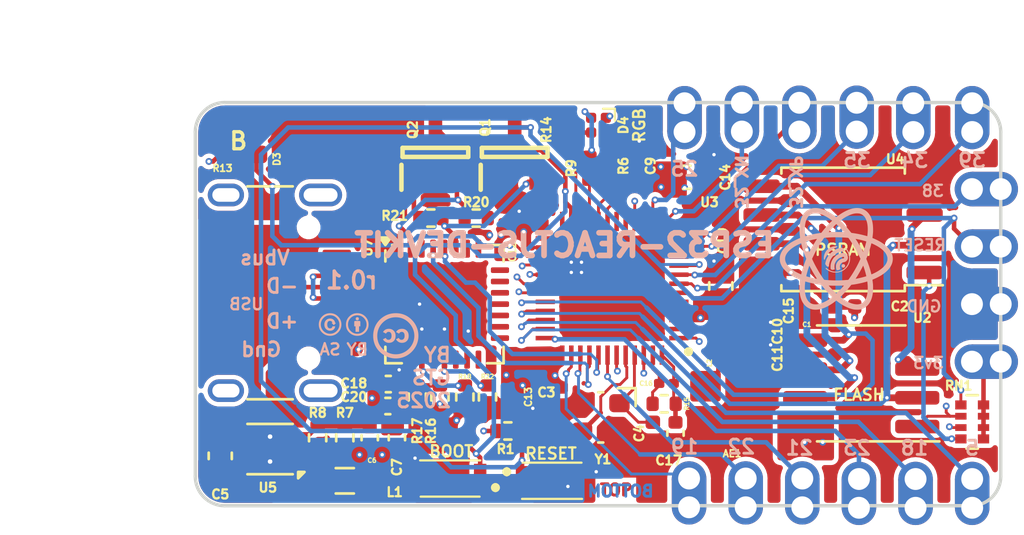
<source format=kicad_pcb>
(kicad_pcb (version 20240108) (generator "pcbnew") (generator_version "8.0")
  (title_block (title "Obsidian Boa") (date "2020-07-07") (rev "r0.1") (company "GsD") (comment 1 "Inspired by 1BitSquared iceBitsy design") (comment 3 "© 2020 Greg Davill <greg.davill@gmail.com>") (comment 4 "License: CC BY-SA 4.0"))
  (layers (0 "F.Cu" signal) (1 "In1.Cu" signal) (2 "In2.Cu" signal) (31 "B.Cu" signal) (34 "B.Paste" user) (35 "F.Paste" user) (36 "B.SilkS" user "B.Silkscreen") (37 "F.SilkS" user "F.Silkscreen") (38 "B.Mask" user) (39 "F.Mask" user) (44 "Edge.Cuts" user))
  (net 0 "")
  (net 1 "+3V3")
  (net 2 "GND")
  (net 3 "/USB_N")
  (net 4 "/USB_P")
  (net 5 "VBUS")
  (net 6 "/~{RGB0}")
  (net 7 "/~{RGB1}")
  (net 8 "/~{RGB2}")
  (net 9 "/SPI_~{HLD}-IO3")
  (net 10 "/SPI_~{WP}-IO2")
  (net 11 "/RAM_~{CS}")
  (net 12 "/~{CRESET}")
  (net 13 "Net-(AE1-A)")
  (net 14 "/U0RXD")
  (net 15 "/U0TXD")
  (net 16 "/SPI_COPI-IO0")
  (net 17 "/SPI_CIPO-IO1")
  (net 20 "Net-(D3-A)")
  (net 21 "Net-(D4-GK)")
  (net 22 "Net-(D4-BK)")
  (net 23 "/~{LEDR}")
  (net 24 "/~{LEDG}")
  (net 25 "/GPIO11-~{LEDB}")
  (net 26 "/GPIO0-BOOT")
  (net 27 "/GPIO38")
  (net 28 "/GPIO35")
  (net 29 "/GPIO39")
  (net 30 "Net-(D4-RK)")
  (net 31 "/SBU1")
  (net 32 "/SBU2")
  (net 33 "/GPIO34")
  (net 34 "Net-(U3-XTAL_N)")
  (net 35 "Net-(U3-XTAL_P)")
  (net 36 "Net-(U3-LNA_IN)")
  (net 37 "Net-(U3-CAP1)")
  (net 38 "Net-(U3-CAP2)")
  (net 39 "/RTS")
  (net 40 "Net-(Q1-B)")
  (net 41 "Net-(Q2-B)")
  (net 42 "/DTR")
  (net 43 "Net-(U7-VBUS)")
  (net 44 "Net-(U7-~{RST})")
  (net 45 "Net-(U7-~{SUSPEND})")
  (net 46 "/DSR")
  (net 48 "/CTS")
  (net 64 "Net-(U5-FB)")
  (net 65 "Net-(U5-SW)")
  (net 66 "/SPI_SCK")
  (net 67 "/SPI_~{CS}")
  (net 70 "/GPIO25")
  (net 71 "Net-(P16-Pin_1)")
  (net 72 "Net-(P17-Pin_1)")
  (net 73 "/GPIO21")
  (net 74 "/GPIO22")
  (net 75 "/GPIO19")
  (net 76 "/GPIO23")
  (net 77 "/GPIO18-DAC_2")
  (net 78 "/GPIO5")
  (footprint "CP2102:EVPBB2A9B000" (layer "F.Cu") (at 111.5 107.7 180)
    (property "Reference" "SW1" (hide yes))
    (property "Value" "TACT" (hide yes))
  )
  (footprint "pkl_pin_headers:Pin_Header_Straight_Round_1x01_Castellated" (layer "F.Cu") (at 134.29 100 90)
    (property "Reference" "P25" (hide yes))
    (property "Value" "GND" (hide yes))
  )
  (footprint "pkl_pin_headers:Pin_Header_Straight_Round_1x01_Castellated" (layer "F.Cu") (at 134.29 102.54 90)
    (property "Reference" "P28" (hide yes))
    (property "Value" "3V3" (hide yes))
  )
  (footprint "pkl_pin_headers:Pin_Header_Straight_Round_1x01_Castellated" (layer "F.Cu") (at 129.3 107.7215)
    (property "Reference" "P7" (hide yes))
    (property "Value" "7" (hide yes))
  )
  (footprint "pkl_pin_headers:Pin_Header_Straight_Round_1x01_Castellated" (layer "F.Cu") (at 129.2 92.38 180)
    (property "Reference" "P18" (hide yes))
    (property "Value" "18" (hide yes))
  )
  (footprint "pkl_pin_headers:Pin_Header_Straight_Round_1x01_Castellated" (layer "F.Cu") (at 124.13 92.38 180)
    (property "Reference" "P17" (hide yes))
    (property "Value" "17" (hide yes))
  )
  (footprint "pkl_pin_headers:Pin_Header_Straight_Round_1x01_Castellated" (layer "F.Cu") (at 121.6 92.4 180)
    (property "Reference" "P15" (hide yes))
    (property "Value" "15" (hide yes))
  )
  (footprint "pkl_pin_headers:Pin_Header_Straight_Round_1x01_Castellated" (layer "F.Cu") (at 126.8 107.7)
    (property "Reference" "P12" (hide yes))
    (property "Value" "12" (hide yes))
  )
  (footprint "pkl_pin_headers:Pin_Header_Straight_Round_1x01_Castellated" (layer "F.Cu") (at 134.3 92.4 180)
    (property "Reference" "P14" (hide yes))
    (property "Value" "14" (hide yes))
  )
  (footprint "pkl_pin_headers:Pin_Header_Straight_Round_1x01_Castellated" (layer "F.Cu") (at 131.7 92.4 180)
    (property "Reference" "P13" (hide yes))
    (property "Value" "13" (hide yes))
  )
  (footprint "pkl_pin_headers:Pin_Header_Straight_Round_1x01_Castellated" (layer "F.Cu") (at 134.3 107.7215)
    (property "Reference" "P9" (hide yes))
    (property "Value" "9" (hide yes))
  )
  (footprint "pkl_pin_headers:Pin_Header_Straight_Round_1x01_Castellated" (layer "F.Cu") (at 131.8 107.7215)
    (property "Reference" "P8" (hide yes))
    (property "Value" "8" (hide yes))
  )
  (footprint "obsidian-boa:LED_0603_1608Metric_Compact" (layer "F.Cu") (at 102.7 92.8 90)
    (property "Reference" "D3")
    (property "Value" "BLU" (hide yes))
  )
  (footprint "Capacitor_SMD:C_0402_1005Metric" (layer "F.Cu") (at 119.5 94 90)
    (property "Reference" "C9")
    (property "Value" "100n" (hide yes))
  )
  (footprint "pkl_pin_headers:Pin_Header_Straight_Round_1x01_Castellated" (layer "F.Cu") (at 134.29 97.46 90)
    (property "Reference" "P31" (hide yes))
    (property "Value" "CRESET" (hide yes))
  )
  (footprint "pkl_pin_headers:Pin_Header_Straight_Round_1x01_Castellated" (layer "F.Cu") (at 134.29 94.92 90)
    (property "Reference" "P30" (hide yes))
    (property "Value" "CDONE" (hide yes))
  )
  (footprint "pkl_pin_headers:Pin_Header_Straight_Round_1x01_Castellated" (layer "F.Cu") (at 124.3 107.7)
    (property "Reference" "P11" (hide yes))
    (property "Value" "11" (hide yes))
  )
  (footprint "pkl_pin_headers:Pin_Header_Straight_Round_1x01_Castellated" (layer "F.Cu") (at 121.8 107.7)
    (property "Reference" "P10" (hide yes))
    (property "Value" "10" (hide yes))
  )
  (footprint "pkl_pin_headers:Pin_Header_Straight_Round_1x01_Castellated" (layer "F.Cu") (at 126.67 92.38 180)
    (property "Reference" "P16" (hide yes))
    (property "Value" "16" (hide yes))
  )
  (footprint "pkl_connectors:USB_C_Receptacle_HRO_TYPE-C-31-M-12" (layer "F.Cu") (at 102.4 99.5 -90)
    (property "Reference" "J1" (hide yes))
    (property "Value" "USB_C" (hide yes))
  )
  (footprint "Capacitor_SMD:C_0603_1608Metric" (layer "F.Cu") (at 123.2 99.2 90)
    (property "Reference" "C19")
    (property "Value" "10u" (hide yes))
  )
  (footprint "Resistor_SMD:R_0402_1005Metric" (layer "F.Cu") (at 101.2 92.8 -90)
    (property "Reference" "R13")
    (property "Value" "2k2" (hide yes))
  )
  (footprint "Resistor_SMD:R_0402_1005Metric" (layer "F.Cu") (at 111.6 105.6 180)
    (property "Reference" "R10" (hide yes))
    (property "Value" "10k" (hide yes))
  )
  (footprint "Capacitor_SMD:C_0402_1005Metric" (layer "F.Cu") (at 113.8 96.2 90)
    (property "Reference" "C12")
    (property "Value" "100n" (hide yes))
  )
  (footprint "LED_SMD:LED_Lumex_SML-LX0303SIUPGUSB" (layer "F.Cu") (at 117.8 92.1 -90)
    (property "Reference" "D4")
    (property "Value" "FM-B2020RGBA-HG" (hide yes))
  )
  (footprint "Package_DFN_QFN:QFN-28-1EP_5x5mm_P0.5mm_EP3.35x3.35mm" (layer "F.Cu") (at 111 100)
    (property "Reference" "U7")
    (property "Value" "CP2102N-Axx-xQFN28")
  )
  (footprint "Resistor_SMD:R_0402_1005Metric" (layer "F.Cu") (at 113.8 105.6 180)
    (property "Reference" "R1")
    (property "Value" "10k")
  )
  (footprint "Package_SON:WSON-6-1EP_2x2mm_P0.65mm_EP1x1.6mm_ThermalVias" (layer "F.Cu") (at 103.3 106.4 180)
    (property "Reference" "U5")
    (property "Value" "TPS62290")
  )
  (footprint "Capacitor_SMD:C_0402_1005Metric" (layer "F.Cu") (at 115.5 105.1 -90)
    (property "Reference" "C3")
    (property "Value" "18pF" (hide yes))
  )
  (footprint "Package_SO:SOIC-8_5.23x5.23mm_P1.27mm" (layer "F.Cu") (at 128.6 96.7 180)
    (property "Reference" "U4")
    (property "Value" "W25Q128JV" (hide yes))
  )
  (footprint "Resistor_SMD:R_0402_1005Metric" (layer "F.Cu") (at 110.8 104.1 -90)
    (property "Reference" "R16")
    (property "Value" "22.1K")
  )
  (footprint "Resistor_SMD:R_0402_1005Metric" (layer "F.Cu") (at 110.4 96.2)
    (property "Reference" "R21")
    (property "Value" "10K")
  )
  (footprint "Capacitor_SMD:C_0603_1608Metric" (layer "F.Cu") (at 121.7 94.4)
    (property "Reference" "C14")
    (property "Value" "10u" (hide yes))
  )
  (footprint "Resistor_SMD:R_Array_Convex_4x0402" (layer "F.Cu") (at 134.3 105.2)
    (property "Reference" "RN1")
    (property "Value" "10k")
  )
  (footprint "SS8050:SOT95P240X115-3N" (layer "F.Cu") (at 114.1 93.3 90)
    (property "Reference" "Q1")
    (property "Value" "SS8050-G" (hide yes))
  )
  (footprint "Inductor_SMD:L_0402_1005Metric" (layer "F.Cu") (at 123.1 101.7 -90)
    (property "Reference" "L2")
    (property "Value" "TBD" (hide yes))
  )
  (footprint "Capacitor_SMD:C_0402_1005Metric" (layer "F.Cu") (at 124.6 102.2)
    (property "Reference" "C11")
    (property "Value" "TBD" (hide yes))
  )
  (footprint "Capacitor_SMD:C_0402_1005Metric" (layer "F.Cu") (at 108.5 104.5)
    (property "Reference" "C20")
    (property "Value" "4.7uF")
  )
  (footprint "CP2102:EVPBB2A9B000" (layer "F.Cu") (at 115.5 107.8)
    (property "Reference" "SW2" (hide yes))
    (property "Value" "TACT" (hide yes))
  )
  (footprint "Resistor_SMD:R_0402_1005Metric" (layer "F.Cu") (at 116.4 92.6 90)
    (property "Reference" "R14")
    (property "Value" "2k2" (hide yes))
  )
  (footprint "Capacitor_SMD:C_0402_1005Metric" (layer "F.Cu") (at 120.2 105.7 90)
    (property "Reference" "C4")
    (property "Value" "18pF" (hide yes))
  )
  (footprint "Resistor_SMD:R_0402_1005Metric" (layer "F.Cu") (at 105.4 105.9 -90)
    (property "Reference" "R8")
    (property "Value" "100k")
  )
  (footprint "Resistor_SMD:R_0402_1005Metric" (layer "F.Cu") (at 112.9 104.1 90)
    (property "Reference" "R22")
    (property "Value" "10K")
  )
  (footprint "Capacitor_SMD:C_0402_1005Metric" (layer "F.Cu") (at 129.6 100.1)
    (property "Reference" "C2")
    (property "Value" "2.2uF" (hide yes))
  )
  (footprint "Resistor_SMD:R_0402_1005Metric" (layer "F.Cu") (at 118.3 94 90)
    (property "Reference" "R6")
    (property "Value" "2k2" (hide yes))
  )
  (footprint "Resistor_SMD:R_0402_1005Metric" (layer "F.Cu") (at 117.4 94 90)
    (property "Reference" "R9")
    (property "Value" "2k2" (hide yes))
  )
  (footprint "Capacitor_SMD:C_0402_1005Metric" (layer "F.Cu") (at 127.6 100.1 180)
    (property "Reference" "C1")
    (property "Value" "2.2uF" (hide yes))
  )
  (footprint "Capacitor_SMD:C_0402_1005Metric" (layer "F.Cu") (at 124.6 101.2)
    (property "Reference" "C10")
    (property "Value" "TBD" (hide yes))
  )
  (footprint "Crystal:Crystal_SMD_Abracon_ABM10-4Pin_2.5x2.0mm" (layer "F.Cu") (at 117.9 105 -90)
    (property "Reference" "Y1")
    (property "Value" "40MHz" (hide yes))
  )
  (footprint "Capacitor_SMD:C_0402_1005Metric" (layer "F.Cu") (at 108.52 103.53)
    (property "Reference" "C18")
    (property "Value" "0.1uF")
  )
  (footprint "Capacitor_SMD:C_0402_1005Metric" (layer "F.Cu") (at 125 100.2)
    (property "Reference" "C15")
    (property "Value" "100n" (hide yes))
  )
  (footprint "Resistor_SMD:R_0402_1005Metric" (layer "F.Cu") (at 109.8 104.1 90)
    (property "Reference" "R17")
    (property "Value" "47.5K")
  )
  (footprint "Capacitor_SMD:C_0402_1005Metric" (layer "F.Cu") (at 121.2 105.7 90)
    (property "Reference" "C17")
    (property "Value" "10nF")
  )
  (footprint "SS8050:SOT95P240X115-3N" (layer "F.Cu") (at 110.6 93.3 90)
    (property "Reference" "Q2")
    (property "Value" "SS8050-G" (hide yes))
  )
  (footprint "obsidian-boa:0479480001" (layer "F.Cu") (at 123.6 104.7 180)
    (property "Reference" "AE1")
    (property "Value" "Antenna" (hide yes))
  )
  (footprint "Capacitor_SMD:C_0402_1005Metric" (layer "F.Cu") (at 107.7 105.9 90)
    (property "Reference" "C6")
    (property "Value" "22pF")
  )
  (footprint "Inductor_SMD:L_0805_2012Metric" (layer "F.Cu") (at 106.6 107.8)
    (property "Reference" "L1")
    (property "Value" "2.2uH")
  )
  (footprint "Resistor_SMD:R_0402_1005Metric" (layer "F.Cu") (at 111.9 104.1 -90)
    (property "Reference" "R18")
    (property "Value" "2K")
  )
  (footprint "ESP32DOWDQ6:ESP32D0WDQ6" (layer "F.Cu") (at 118.4 99.3 180)
    (property "Reference" "U3")
    (property "Value" "ESP32-D0WDQ6" (hide yes))
  )
  (footprint "Package_SO:SOIC-8_3.9x4.9mm_P1.27mm" (layer "F.Cu") (at 129.4 103.5 180)
    (property "Reference" "U2")
    (property "Value" "LY68L6400SLIT" (hide yes))
  )
  (footprint "Capacitor_SMD:C_0402_1005Metric" (layer "F.Cu") (at 114 104 -90)
    (property "Reference" "C13")
    (property "Value" "100n" (hide yes))
  )
  (footprint "Capacitor_SMD:C_0603_1608Metric" (layer "F.Cu") (at 101.1 106.7 -90)
    (property "Reference" "C5")
    (property "Value" "10u")
  )
  (footprint "Resistor_SMD:R_0402_1005Metric" (layer "F.Cu") (at 106.6 105.9 90)
    (property "Reference" "R7")
    (property "Value" "453k")
  )
  (footprint "Resistor_SMD:R_0402_1005Metric" (layer "F.Cu") (at 120.7 104.4 180)
    (property "Reference" "R15")
    (property "Value" "20K")
  )
  (footprint "Capacitor_SMD:C_0201_0603Metric" (layer "F.Cu") (at 120.8 103.5)
    (property "Reference" "C16")
    (property "Value" "3.3nF")
  )
  (footprint "Resistor_SMD:R_0402_1005Metric" (layer "F.Cu") (at 112.4 96.2 180)
    (property "Reference" "R20")
    (property "Value" "10K")
  )
  (footprint "Capacitor_SMD:C_0402_1005Metric" (layer "F.Cu") (at 108.9 105.9 90)
    (property "Reference" "C7")
    (property "Value" "2.2uF")
  )
  (footprint "pkl_logos:Symbol_CC_SilkScreen_2mm" (layer "B.Cu") (at 108.85 101.4 180)
    (property "Reference" "REF**" (hide yes))
    (property "Value" "Symbol_CC_SilkScreen_2mm" (hide yes))
  )
  (footprint "pkl_logos:Symbol_CC-SA_SilkScreen_1mm" (layer "B.Cu") (at 105.95 100.9 180)
    (property "Reference" "REF**" (hide yes))
    (property "Value" "Symbol_CC-SA_SilkScreen_1mm" (hide yes))
  )
  (footprint "pkl_logos:Symbol_CC-BY_SilkScreen_1mm" (layer "B.Cu") (at 107.15 100.9 180)
    (property "Reference" "REF**" (hide yes))
    (property "Value" "Symbol_CC-BY_SilkScreen_1mm" (hide yes))
  )
  (footprint "ESP32-D0WD:Logo" (layer "B.Cu") (at 128.3 98 180)
    (property "Reference" "G***" (hide yes))
    (property "Value" "LOGO" (hide yes))
  )
  (gr_line (start 101.3 91.1) (end 134.26 91.1) (stroke (width 0.15)) (layer "Edge.Cuts"))
  (gr_line (start 135.56 92.4) (end 135.56 107.6) (stroke (width 0.15)) (layer "Edge.Cuts"))
  (gr_line (start 100 107.6) (end 100 92.4) (stroke (width 0.15)) (layer "Edge.Cuts"))
  (gr_line (start 134.26 108.9) (end 101.3 108.9) (stroke (width 0.15)) (layer "Edge.Cuts"))
  (gr_arc (start 135.56 107.6) (mid 135.179239 108.519239) (end 134.26 108.9) (stroke (width 0.15)) (layer "Edge.Cuts"))
  (gr_arc (start 100 92.4) (mid 100.380761 91.480761) (end 101.3 91.1) (stroke (width 0.15)) (layer "Edge.Cuts"))
  (gr_arc (start 101.3 108.9) (mid 100.380761 108.519239) (end 100 107.6) (stroke (width 0.15)) (layer "Edge.Cuts"))
  (gr_arc (start 134.26 91.1) (mid 135.179239 91.480761) (end 135.56 92.4) (stroke (width 0.15)) (layer "Edge.Cuts"))
  (gr_text "TOP" (at 117.8 108.5 0) (layer "F.Cu") (effects (font (size 0.5 0.5) (thickness 0.125) (bold yes)) (justify left bottom)))
  (gr_text "BOTTOM" (at 120.3 108.55 0) (layer "B.Cu") (effects (font (size 0.5 0.5) (thickness 0.125) (bold yes)) (justify left bottom mirror)))
  (gr_text "SA" (at 105.95 102 0) (layer "B.SilkS") (effects (font (size 0.5 0.5) (thickness 0.1)) (justify mirror)))
  (gr_text "3v3" (at 133.1 102.6 0) (layer "B.SilkS") (effects (font (size 0.5 0.5) (thickness 0.1)) (justify left mirror)))
  (gr_text "RESET" (at 133.2 97.4 0) (layer "B.SilkS") (effects (font (size 0.5 0.5) (thickness 0.1)) (justify left mirror)))
  (gr_text "GND" (at 133 100.1 0) (layer "B.SilkS") (effects (font (size 0.5 0.5) (thickness 0.1)) (justify left mirror)))
  (gr_text "USB" (at 102.25 100 0) (layer "B.SilkS") (effects (font (size 0.5 0.5) (thickness 0.1)) (justify mirror)))
  (gr_text "BY\nGTS\n2025" (at 111.35 103.25 0) (layer "B.SilkS") (effects (font (size 0.625 0.625) (thickness 0.125)) (justify left mirror)))
  (gr_text "Vbus" (at 101.9 97.95 0) (layer "B.SilkS") (effects (font (size 0.625 0.625) (thickness 0.125)) (justify right mirror)))
  (gr_text "39" (at 134.29 93.65 0) (layer "B.SilkS") (effects (font (size 0.625 0.625) (thickness 0.125)) (justify mirror)))
  (gr_text "34" (at 131.75 93.65 0) (layer "B.SilkS") (effects (font (size 0.625 0.625) (thickness 0.125)) (justify mirror)))
  (gr_text "Gnd" (at 101.95 102 0) (layer "B.SilkS") (effects (font (size 0.625 0.625) (thickness 0.125)) (justify right mirror)))
  (gr_text "35" (at 129.21 93.65 0) (layer "B.SilkS") (effects (font (size 0.625 0.625) (thickness 0.125)) (justify mirror)))
  (gr_text "38" (at 133.1 95 0) (layer "B.SilkS") (effects (font (size 0.5 0.5) (thickness 0.1)) (justify left mirror)))
  (gr_text "-D" (at 103.05 99.2 0) (layer "B.SilkS") (effects (font (size 0.625 0.625) (thickness 0.125)) (justify right mirror)))
  (gr_text "32_XP" (at 126.5 94.6 270) (layer "B.SilkS") (effects (font (size 0.5 0.5) (thickness 0.125)) (justify mirror)))
  (gr_text "18" (at 131.75 106.35 0) (layer "B.SilkS") (effects (font (size 0.625 0.625) (thickness 0.125)) (justify mirror)))
  (gr_text "21" (at 126.67 106.35 0) (layer "B.SilkS") (effects (font (size 0.625 0.625) (thickness 0.125)) (justify mirror)))
  (gr_text "+D" (at 103.05 100.75 0) (layer "B.SilkS") (effects (font (size 0.625 0.625) (thickness 0.125)) (justify right mirror)))
  (gr_text "5" (at 134.29 106.35 0) (layer "B.SilkS") (effects (font (size 0.625 0.625) (thickness 0.125)) (justify mirror)))
  (gr_text "25" (at 121.59 94.031 0) (layer "B.SilkS") (effects (font (size 0.625 0.625) (thickness 0.125)) (justify mirror)))
  (gr_text "23" (at 129.21 106.35 0) (layer "B.SilkS") (effects (font (size 0.625 0.625) (thickness 0.125)) (justify mirror)))
  (gr_text "32_XN" (at 124.1 94.6 270) (layer "B.SilkS") (effects (font (size 0.5 0.5) (thickness 0.125)) (justify mirror)))
  (gr_text "ESP32-REACTJS-DEVKIT" (at 116.3 97.4 0) (layer "B.SilkS") (effects (font (size 1 1) (thickness 0.25)) (justify mirror)))
  (gr_text "r0.1" (at 106.9 98.95 0) (layer "B.SilkS") (effects (font (size 0.75 0.75)) (justify mirror)))
  (gr_text "BY" (at 107.15 102 0) (layer "B.SilkS") (effects (font (size 0.5 0.5) (thickness 0.1)) (justify mirror)))
  (gr_text "19" (at 121.6 106.3 0) (layer "B.SilkS") (effects (font (size 0.625 0.625) (thickness 0.125)) (justify mirror)))
  (gr_text "22" (at 124.1 106.3 0) (layer "B.SilkS") (effects (font (size 0.625 0.625) (thickness 0.125)) (justify mirror)))
  (gr_text "RGB" (at 119.6 92.1 90) (layer "F.SilkS") (effects (font (size 0.5 0.5) (thickness 0.1))))
  (gr_text "PSRAM" (at 128.6 97.6 0) (layer "F.SilkS") (effects (font (size 0.5 0.5) (thickness 0.1))))
  (gr_text "FLASH" (at 129.3 104 0) (layer "F.SilkS") (effects (font (size 0.5 0.5) (thickness 0.1))))
  (gr_text "BOOT" (at 111.3 106.5 0) (layer "F.SilkS") (effects (font (size 0.5 0.5) (thickness 0.1))))
  (gr_text "RESET" (at 115.7 106.6 0) (layer "F.SilkS") (effects (font (size 0.5 0.5) (thickness 0.1))))
  (gr_text "B" (at 101.9 92.8 0) (layer "F.SilkS") (effects (font (size 0.75 0.75))))
  (segment (start 134.8 102.665) (end 134.8 105.85) (width 0.2) (layer "F.Cu") (net 1))
  (segment (start 127.43 99.43) (end 126.605 98.605) (width 0.3) (layer "F.Cu") (net 1))
  (segment (start 118.9675 95.0175) (end 119.5 94.485) (width 0.2) (layer "F.Cu") (net 1))
  (segment (start 134.8 105.85) (end 134.7 105.95) (width 0.2) (layer "F.Cu") (net 1))
  (segment (start 115.45 97.5) (end 114.92227 97.5) (width 0.127) (layer "F.Cu") (net 1))
  (segment (start 114.92227 97.5) (end 114.5 97.07773) (width 0.127) (layer "F.Cu") (net 1))
  (segment (start 126.3 98.6) (end 126.295 98.605) (width 0.3) (layer "F.Cu") (net 1))
  (segment (start 118.225 91.775) (end 118.3 91.7) (width 0.2) (layer "F.Cu") (net 1))
  (segment (start 118.2 96.35) (end 118.2 95.785) (width 0.127) (layer "F.Cu") (net 1))
  (segment (start 129.115 100.1) (end 129.115 100.585) (width 0.3) (layer "F.Cu") (net 1))
  (segment (start 118.2 95.785) (end 118.9675 95.0175) (width 0.127) (layer "F.Cu") (net 1))
  (segment (start 134.925 102.54) (end 134.8 102.665) (width 0.2) (layer "F.Cu") (net 1))
  (segment (start 118.905 95.08) (end 118.9675 95.0175) (width 0.2) (layer "F.Cu") (net 1))
  (segment (start 128.085 100.1) (end 128.085 100.04234) (width 0.3) (layer "F.Cu") (net 1))
  (segment (start 122.2 100.7) (end 122.3 100.6) (width 0.127) (layer "F.Cu") (net 1))
  (segment (start 129.115 100.585) (end 129.1 100.6) (width 0.3) (layer "F.Cu") (net 1))
  (segment (start 113.29 105.6) (end 112.73 105.6) (width 0.2) (layer "F.Cu") (net 1))
  (segment (start 127.47266 99.43) (end 127.43 99.43) (width 0.3) (layer "F.Cu") (net 1))
  (segment (start 126.295 98.605) (end 125 98.605) (width 0.3) (layer "F.Cu") (net 1))
  (segment (start 119.8 102.25) (end 119.8 103.05) (width 0.127) (layer "F.Cu") (net 1))
  (segment (start 126.305 98.605) (end 126.3 98.6) (width 0.3) (layer "F.Cu") (net 1))
  (segment (start 126.605 98.605) (end 126.305 98.605) (width 0.3) (layer "F.Cu") (net 1))
  (segment (start 121.35 101.5) (end 122.1 101.5) (width 0.127) (layer "F.Cu") (net 1))
  (segment (start 121.35 100.7) (end 122.2 100.7) (width 0.127) (layer "F.Cu") (net 1))
  (segment (start 118.6 102.25) (end 118.6 102.919376) (width 0.127) (layer "F.Cu") (net 1))
  (segment (start 118.6 102.919376) (end 118.63617 102.955546) (width 0.127) (layer "F.Cu") (net 1))
  (segment (start 122.1 101.5) (end 122.25 101.65) (width 0.127) (layer "F.Cu") (net 1))
  (segment (start 100.785 93.7) (end 101.2 93.285) (width 0.2) (layer "F.Cu") (net 1))
  (segment (start 114.5 97.07773) (end 114.5 96.800004) (width 0.127) (layer "F.Cu") (net 1))
  (segment (start 128.085 100.04234) (end 127.47266 99.43) (width 0.3) (layer "F.Cu") (net 1))
  (segment (start 100.6 93.7) (end 100.785 93.7) (width 0.2) (layer "F.Cu") (net 1))
  (segment (start 118.125 91.775) (end 118.225 91.775) (width 0.2) (layer "F.Cu") (net 1))
  (segment (start 128.085 100.1) (end 129.115 100.1) (width 0.3) (layer "F.Cu") (net 1))
  (via (at 107.25 106.65) (size 0.3) (drill 0.15) (layers "F.Cu" "B.Cu") (net 1))
  (via (at 114.453524 103.589921) (size 0.3) (drill 0.15) (layers "F.Cu" "B.Cu") (net 1))
  (via (at 126.3 98.6) (size 0.3) (drill 0.15) (layers "F.Cu" "B.Cu") (net 1))
  (via (at 100.6 93.7) (size 0.3) (drill 0.15) (layers "F.Cu" "B.Cu") (net 1))
  (via (at 108.25 106.65) (size 0.3) (drill 0.15) (layers "F.Cu" "B.Cu") (net 1))
  (via (at 115.880662 103.153258) (size 0.3) (drill 0.15) (layers "F.Cu" "B.Cu") (net 1))
  (via (at 118.63617 102.955546) (size 0.3) (drill 0.15) (layers "F.Cu" "B.Cu") (net 1))
  (via (at 107.8 104.15) (size 0.3) (drill 0.15) (layers "F.Cu" "B.Cu") (net 1))
  (via (at 122.3 100.6) (size 0.3) (drill 0.15) (layers "F.Cu" "B.Cu") (net 1))
  (via (at 121.694001 93.9365) (size 0.3) (drill 0.15) (layers "F.Cu" "B.Cu") (net 1))
  (via (at 113.729109 103.131192) (size 0.3) (drill 0.15) (layers "F.Cu" "B.Cu") (net 1))
  (via (at 114.5 96.800004) (size 0.3) (drill 0.15) (layers "F.Cu" "B.Cu") (net 1))
  (via (at 112.73 105.6) (size 0.3) (drill 0.15) (layers "F.Cu" "B.Cu") (net 1))
  (via (at 119.8 103.05) (size 0.3) (drill 0.15) (layers "F.Cu" "B.Cu") (net 1))
  (via (at 127.7 106.1) (size 0.3) (drill 0.15) (layers "F.Cu" "B.Cu") (net 1))
  (via (at 111.535729 105.133314) (size 0.3) (drill 0.15) (layers "F.Cu" "B.Cu") (net 1))
  (via (at 126.9 106.1) (size 0.3) (drill 0.15) (layers "F.Cu" "B.Cu") (net 1))
  (via (at 113.5 96.95) (size 0.3) (drill 0.15) (layers "F.Cu" "B.Cu") (net 1))
  (via (at 129.1 100.6) (size 0.3) (drill 0.15) (layers "F.Cu" "B.Cu") (net 1))
  (via (at 120.562886 94.830067) (size 0.3) (drill 0.15) (layers "F.Cu" "B.Cu") (net 1))
  (via (at 120.551288 93.9365) (size 0.3) (drill 0.15) (layers "F.Cu" "B.Cu") (net 1))
  (via (at 118.3 91.7) (size 0.3) (drill 0.15) (layers "F.Cu" "B.Cu") (net 1))
  (via (at 121.604211 94.859392) (size 0.3) (drill 0.15) (layers "F.Cu" "B.Cu") (net 1))
  (via (at 122.25 101.65) (size 0.3) (drill 0.15) (layers "F.Cu" "B.Cu") (net 1))
  (via (at 113 96.95) (size 0.3) (drill 0.15) (layers "F.Cu" "B.Cu") (net 2))
  (via (at 117.7 107.4) (size 0.3) (drill 0.15) (layers "F.Cu" "B.Cu") (net 2))
  (via (at 110 101.1) (size 0.3) (drill 0.15) (layers "F.Cu" "B.Cu") (net 2))
  (via (at 116.6 98.6) (size 0.3) (drill 0.15) (layers "F.Cu" "B.Cu") (net 2))
  (via (at 116.45 108.05) (size 0.3) (drill 0.15) (layers "F.Cu" "B.Cu") (net 2))
  (via (at 112.05 101.190223) (size 0.3) (drill 0.15) (layers "F.Cu" "B.Cu") (net 2))
  (via (at 111 101.1) (size 0.3) (drill 0.15) (layers "F.Cu" "B.Cu") (net 2))
  (via (at 114.9 104.6) (size 0.3) (drill 0.15) (layers "F.Cu" "B.Cu") (net 2))
  (via (at 109.9 100) (size 0.3) (drill 0.15) (layers "F.Cu" "B.Cu") (net 2))
  (via (at 119.6 92.8) (size 0.3) (drill 0.15) (layers "F.Cu" "B.Cu") (net 2))
  (via (at 117.05 98.15) (size 0.3) (drill 0.15) (layers "F.Cu" "B.Cu") (net 2))
  (via (at 117.05 98.6) (size 0.3) (drill 0.15) (layers "F.Cu" "B.Cu") (net 2))
  (via (at 109 102.9) (size 0.3) (drill 0.15) (layers "F.Cu" "B.Cu") (net 2))
  (via (at 116.6 98.15) (size 0.3) (drill 0.15) (layers "F.Cu" "B.Cu") (net 2))
  (via (at 125.4 101.8) (size 0.3) (drill 0.15) (layers "F.Cu" "B.Cu") (net 2))
  (via (at 109.7 106.8) (size 0.3) (drill 0.15) (layers "F.Cu" "B.Cu") (net 2))
  (via (at 125.4 100.8) (size 0.3) (drill 0.15) (layers "F.Cu" "B.Cu") (net 2))
  (via (at 122.9 98.1) (size 0.3) (drill 0.15) (layers "F.Cu" "B.Cu") (net 2))
  (via (at 122.9 93.4) (size 0.3) (drill 0.15) (layers "F.Cu" "B.Cu") (net 2))
  (via (at 114.3 95.9) (size 0.3) (drill 0.15) (layers "F.Cu" "B.Cu") (net 2))
  (segment (start 106.245 99.75) (end 105.25 99.75) (width 0.2) (layer "F.Cu") (net 3))
  (segment (start 105.249986 98.75) (end 105.2 98.799986) (width 0.2) (layer "F.Cu") (net 3))
  (segment (start 107.65241 100.5) (end 108.55 100.5) (width 0.2) (layer "F.Cu") (net 3))
  (segment (start 106.90241 99.75) (end 107.65241 100.5) (width 0.2) (layer "F.Cu") (net 3))
  (segment (start 105.25 99.75) (end 105.2 99.7) (width 0.2) (layer "F.Cu") (net 3))
  (segment (start 106.245 99.75) (end 106.90241 99.75) (width 0.2) (layer "F.Cu") (net 3))
  (segment (start 106.245 98.75) (end 105.249986 98.75) (width 0.2) (layer "F.Cu") (net 3))
  (via (at 105.2 99.7) (size 0.3) (drill 0.15) (layers "F.Cu" "B.Cu") (net 3))
  (via (at 105.2 98.799986) (size 0.3) (drill 0.15) (layers "F.Cu" "B.Cu") (net 3))
  (segment (start 105.2 99.7) (end 105.2 98.799986) (width 0.2) (layer "B.Cu") (net 3))
  (segment (start 107.718096 100) (end 108.55 100) (width 0.2) (layer "F.Cu") (net 4))
  (segment (start 106.245 99.25) (end 106.968096 99.25) (width 0.2) (layer "F.Cu") (net 4))
  (segment (start 106.245 100.25) (end 104.85 100.25) (width 0.2) (layer "F.Cu") (net 4))
  (segment (start 104.85 100.25) (end 104.6 100) (width 0.2) (layer "F.Cu") (net 4))
  (segment (start 106.968096 99.25) (end 107.718096 100) (width 0.2) (layer "F.Cu") (net 4))
  (segment (start 104.6 100) (end 104.6 99.45) (width 0.2) (layer "F.Cu") (net 4))
  (segment (start 104.6 99.45) (end 104.8 99.25) (width 0.2) (layer "F.Cu") (net 4))
  (segment (start 104.8 99.25) (end 106.245 99.25) (width 0.2) (layer "F.Cu") (net 4))
  (segment (start 110.8 104.61) (end 110.8 104.4) (width 0.2) (layer "F.Cu") (net 5))
  (segment (start 106.295 102) (end 106.245 101.95) (width 0.2) (layer "F.Cu") (net 5))
  (segment (start 107.2 102) (end 106.295 102) (width 0.2) (layer "F.Cu") (net 5))
  (via (at 110.8 104.4) (size 0.3) (drill 0.15) (layers "F.Cu" "B.Cu") (net 5))
  (via (at 107.2 102) (size 0.3) (drill 0.15) (layers "F.Cu" "B.Cu") (net 5))
  (segment (start 118.3 94.485) (end 118.3 95.125) (width 0.127) (layer "F.Cu") (net 6))
  (segment (start 118.3 95.125) (end 117.8 95.625) (width 0.127) (layer "F.Cu") (net 6))
  (segment (start 117.8 95.625) (end 117.8 96.35) (width 0.127) (layer "F.Cu") (net 6))
  (segment (start 117.4 94.485) (end 117.4 96.35) (width 0.127) (layer "F.Cu") (net 7))
  (segment (start 116.4 93.085) (end 116.8 93.485) (width 0.127) (layer "F.Cu") (net 8))
  (segment (start 116.8 95.45) (end 117 95.65) (width 0.127) (layer "F.Cu") (net 8))
  (segment (start 117 95.65) (end 117 96.35) (width 0.127) (layer "F.Cu") (net 8))
  (segment (start 116.8 93.485) (end 116.8 95.45) (width 0.127) (layer "F.Cu") (net 8))
  (segment (start 115.45 98.7) (end 114.786105 98.7) (width 0.127) (layer "F.Cu") (net 9))
  (segment (start 114.786105 98.7) (end 114.771837 98.685732) (width 0.127) (layer "F.Cu") (net 9))
  (segment (start 128.224777 104.135) (end 129.109777 103.25) (width 0.3) (layer "F.Cu") (net 9))
  (segment (start 125 97.335) (end 126.735 97.335) (width 0.3) (layer "F.Cu") (net 9))
  (segment (start 126.735 97.335) (end 127 97.6) (width 0.3) (layer "F.Cu") (net 9))
  (segment (start 126.925 104.135) (end 128.224777 104.135) (width 0.3) (layer "F.Cu") (net 9))
  (via (at 129.109777 103.25) (size 0.3) (drill 0.15) (layers "F.Cu" "B.Cu") (net 9))
  (via (at 127 97.6) (size 0.3) (drill 0.15) (layers "F.Cu" "B.Cu") (net 9))
  (via (at 114.771837 98.685732) (size 0.3) (drill 0.15) (layers "F.Cu" "B.Cu") (net 9))
  (segment (start 128.886396 103.25) (end 129.109777 103.25) (width 0.3) (layer "B.Cu") (net 9))
  (segment (start 127 97.6) (end 127 101.363604) (width 0.3) (layer "B.Cu") (net 9))
  (segment (start 127 101.363604) (end 128.886396 103.25) (width 0.3) (layer "B.Cu") (net 9))
  (segment (start 115.422232 98.272232) (end 114.475358 98.272232) (width 0.127) (layer "F.Cu") (net 10))
  (segment (start 115.45 98.3) (end 115.422232 98.272232) (width 0.127) (layer "F.Cu") (net 10))
  (segment (start 114.475358 98.272232) (end 114.431026 98.316564) (width 0.127) (layer "F.Cu") (net 10))
  (segment (start 131.644735 96.620265) (end 132.2 96.065) (width 0.3) (layer "F.Cu") (net 10))
  (segment (start 131.875 102.865) (end 131.454699 102.444699) (width 0.3) (layer "F.Cu") (net 10))
  (segment (start 131.644735 96.685001) (end 131.644735 96.620265) (width 0.3) (layer "F.Cu") (net 10))
  (segment (start 131.454699 102.444699) (end 131.034998 102.444699) (width 0.3) (layer "F.Cu") (net 10))
  (via (at 131.644735 96.685001) (size 0.3) (drill 0.15) (layers "F.Cu" "B.Cu") (net 10))
  (via (at 114.431026 98.316564) (size 0.3) (drill 0.15) (layers "F.Cu" "B.Cu") (net 10))
  (via (at 131.034998 102.444699) (size 0.3) (drill 0.15) (layers "F.Cu" "B.Cu") (net 10))
  (segment (start 131.644735 96.685001) (end 131.6 96.729736) (width 0.3) (layer "B.Cu") (net 10))
  (segment (start 131.6 96.729736) (end 131.6 101.879697) (width 0.3) (layer "B.Cu") (net 10))
  (segment (start 131.6 101.879697) (end 131.034998 102.444699) (width 0.3) (layer "B.Cu") (net 10))
  (segment (start 132.33 104.95) (end 131.875 105.405) (width 0.127) (layer "F.Cu") (net 11))
  (segment (start 133.153484 104.501766) (end 133.153484 104.780484) (width 0.127) (layer "F.Cu") (net 11))
  (segment (start 133.323 104.95) (end 133.8 104.95) (width 0.127) (layer "F.Cu") (net 11))
  (segment (start 133.323 104.95) (end 132.33 104.95) (width 0.127) (layer "F.Cu") (net 11))
  (segment (start 119.4 96.35) (end 119.4 95.45) (width 0.127) (layer "F.Cu") (net 11))
  (segment (start 133.153484 104.780484) (end 133.323 104.95) (width 0.127) (layer "F.Cu") (net 11))
  (via (at 133.153484 104.501766) (size 0.3) (drill 0.15) (layers "F.Cu" "B.Cu") (net 11))
  (via (at 119.4 95.45) (size 0.3) (drill 0.15) (layers "F.Cu" "B.Cu") (net 11))
  (segment (start 133.8 104.45) (end 133.8 103.800004) (width 0.127) (layer "F.Cu") (net 12))
  (segment (start 114.425 106.9) (end 114.425 105.715) (width 0.2) (layer "F.Cu") (net 12))
  (segment (start 114.8 92.2) (end 114.1 92.2) (width 0.2) (layer "F.Cu") (net 12))
  (segment (start 121.35 98.3) (end 122.2 98.3) (width 0.127) (layer "F.Cu") (net 12))
  (segment (start 133.500004 96.670004) (end 133.500004 96.200004) (width 0.2) (layer "F.Cu") (net 12))
  (segment (start 122.2 98.3) (end 122.25 98.25) (width 0.127) (layer "F.Cu") (net 12))
  (segment (start 134.29 97.46) (end 133.500004 96.670004) (width 0.2) (layer "F.Cu") (net 12))
  (segment (start 114.425 105.715) (end 114.31 105.6) (width 0.2) (layer "F.Cu") (net 12))
  (segment (start 114.425 108.175) (end 114.425 107.425) (width 0.2) (layer "F.Cu") (net 12))
  (segment (start 133.8 103.800004) (end 133.799996 103.8) (width 0.127) (layer "F.Cu") (net 12))
  (segment (start 114.425 107.425) (end 114.425 106.9) (width 0.2) (layer "F.Cu") (net 12))
  (via (at 114.8 92.2) (size 0.3) (drill 0.15) (layers "F.Cu" "B.Cu") (net 12))
  (via (at 122.25 98.25) (size 0.3) (drill 0.15) (layers "F.Cu" "B.Cu") (net 12))
  (via (at 133.799996 103.8) (size 0.3) (drill 0.15) (layers "F.Cu" "B.Cu") (net 12))
  (via (at 133.500004 96.200004) (size 0.3) (drill 0.15) (layers "F.Cu" "B.Cu") (net 12))
  (via (at 114.425 106.9) (size 0.3) (drill 0.15) (layers "F.Cu" "B.Cu") (net 12))
  (segment (start 122.25 98.25) (end 120.490756 98.25) (width 0.127) (layer "B.Cu") (net 12))
  (segment (start 126.799996 96.200004) (end 123.256302 99.743698) (width 0.2) (layer "B.Cu") (net 12))
  (segment (start 111.3 107.2) (end 114.125 107.2) (width 0.2) (layer "B.Cu") (net 12))
  (segment (start 102.9 103.4) (end 105.1 105.6) (width 0.2) (layer "B.Cu") (net 12))
  (segment (start 114.8 92.2) (end 104.1 92.2) (width 0.2) (layer "B.Cu") (net 12))
  (segment (start 102.9 93.4) (end 102.9 103.4) (width 0.2) (layer "B.Cu") (net 12))
  (segment (start 104.1 92.2) (end 102.9 93.4) (width 0.2) (layer "B.Cu") (net 12))
  (segment (start 121.984455 99.743698) (end 120.245378 98.004622) (width 0.2) (layer "B.Cu") (net 12))
  (segment (start 133.500004 96.200004) (end 126.799996 96.200004) (width 0.2) (layer "B.Cu") (net 12))
  (segment (start 133.500004 96.200004) (end 133.05 96.650008) (width 0.2) (layer "B.Cu") (net 12))
  (segment (start 114.125 107.2) (end 114.425 106.9) (width 0.2) (layer "B.Cu") (net 12))
  (segment (start 133.05 103.050004) (end 133.799996 103.8) (width 0.2) (layer "B.Cu") (net 12))
  (segment (start 109.7 105.6) (end 111.3 107.2) (width 0.2) (layer "B.Cu") (net 12))
  (segment (start 133.05 96.650008) (end 133.05 103.050004) (width 0.2) (layer "B.Cu") (net 12))
  (segment (start 120.490756 98.25) (end 120.245378 98.004622) (width 0.127) (layer "B.Cu") (net 12))
  (segment (start 120.245378 98.004622) (end 114.8 92.559243) (width 0.2) (layer "B.Cu") (net 12))
  (segment (start 114.8 92.559243) (end 114.8 92.2) (width 0.2) (layer "B.Cu") (net 12))
  (segment (start 123.256302 99.743698) (end 121.984455 99.743698) (width 0.2) (layer "B.Cu") (net 12))
  (segment (start 105.1 105.6) (end 109.7 105.6) (width 0.2) (layer "B.Cu") (net 12))
  (segment (start 123.1 102.185) (end 124.1 102.185) (width 0.2) (layer "F.Cu") (net 13))
  (segment (start 122.953553 103.196447) (end 122.525 103.625) (width 0.2) (layer "F.Cu") (net 13))
  (segment (start 123.1 102.185) (end 123.1 102.842893) (width 0.2) (layer "F.Cu") (net 13))
  (segment (start 124.1 102.185) (end 124.115 102.2) (width 0.2) (layer "F.Cu") (net 13))
  (arc (start 123.1 102.842893) (mid 123.06194 103.034235) (end 122.953553 103.196447) (width 0.2) (layer "F.Cu") (net 13))
  (segment (start 117.35 103.55) (end 117.306433 103.506433) (width 0.127) (layer "F.Cu") (net 14))
  (segment (start 117.306433 103.506433) (end 117.306433 102.841608) (width 0.127) (layer "F.Cu") (net 14))
  (segment (start 110.5 97.55) (end 110.5 97.85) (width 0.2) (layer "F.Cu") (net 14))
  (segment (start 117.4 102.748041) (end 117.4 102.25) (width 0.127) (layer "F.Cu") (net 14))
  (segment (start 117.306433 102.841608) (end 117.4 102.748041) (width 0.127) (layer "F.Cu") (net 14))
  (segment (start 117.15 103.496895) (end 117.149996 103.496899) (width 0.2) (layer "F.Cu") (net 14))
  (via (at 117.35 103.55) (size 0.3) (drill 0.15) (layers "F.Cu" "B.Cu") (net 14))
  (via (at 110.5 97.85) (size 0.3) (drill 0.15) (layers "F.Cu" "B.Cu") (net 14))
  (segment (start 113.7 102.6) (end 112.5 101.4) (width 0.2) (layer "B.Cu") (net 14))
  (segment (start 116.6 102.6) (end 116.35 102.6) (width 0.2) (layer "B.Cu") (net 14))
  (segment (start 112.5 100.165686) (end 110.5 98.165686) (width 0.2) (layer "B.Cu") (net 14))
  (segment (start 110.5 98.165686) (end 110.5 97.85) (width 0.2) (layer "B.Cu") (net 14))
  (segment (start 117.35 103.55) (end 117.306433 103.506433) (width 0.127) (layer "B.Cu") (net 14))
  (segment (start 117.306433 102.706433) (end 117.2 102.6) (width 0.127) (layer "B.Cu") (net 14))
  (segment (start 117.306433 103.506433) (end 117.306433 102.706433) (width 0.127) (layer "B.Cu") (net 14))
  (segment (start 112.5 101.4) (end 112.5 100.165686) (width 0.2) (layer "B.Cu") (net 14))
  (segment (start 117.2 102.6) (end 116.35 102.6) (width 0.127) (layer "B.Cu") (net 14))
  (segment (start 116.35 102.6) (end 113.7 102.6) (width 0.2) (layer "B.Cu") (net 14))
  (segment (start 111 97.55) (end 111 97.866573) (width 0.2) (layer "F.Cu") (net 15))
  (segment (start 111 97.866573) (end 111.025001 97.891574) (width 0.2) (layer "F.Cu") (net 15))
  (segment (start 117.8 102.25) (end 117.7635 102.2865) (width 0.127) (layer "F.Cu") (net 15))
  (segment (start 117.7635 102.2865) (end 117.7635 102.969319) (width 0.127) (layer "F.Cu") (net 15))
  (segment (start 117.7635 102.969319) (end 117.719933 103.012886) (width 0.127) (layer "F.Cu") (net 15))
  (via (at 117.719933 103.012886) (size 0.3) (drill 0.15) (layers "F.Cu" "B.Cu") (net 15))
  (via (at 111.025001 97.891574) (size 0.3) (drill 0.15) (layers "F.Cu" "B.Cu") (net 15))
  (segment (start 111.025001 98.125001) (end 111.95 99.05) (width 0.2) (layer "B.Cu") (net 15))
  (segment (start 116.85 102.2) (end 116.992324 102.2) (width 0.2) (layer "B.Cu") (net 15))
  (segment (start 117.719933 102.469933) (end 117.719933 103.012886) (width 0.127) (layer "B.Cu") (net 15))
  (segment (start 114 102.2) (end 116.85 102.2) (width 0.2) (layer "B.Cu") (net 15))
  (segment (start 111.95 99.05) (end 112.35 99.05) (width 0.2) (layer "B.Cu") (net 15))
  (segment (start 113 99.7) (end 113 101.2) (width 0.2) (layer "B.Cu") (net 15))
  (segment (start 111.025001 97.891574) (end 111.025001 98.125001) (width 0.2) (layer "B.Cu") (net 15))
  (segment (start 112.35 99.05) (end 113 99.7) (width 0.2) (layer "B.Cu") (net 15))
  (segment (start 116.85 102.2) (end 117.45 102.2) (width 0.127) (layer "B.Cu") (net 15))
  (segment (start 113 101.2) (end 114 102.2) (width 0.2) (layer "B.Cu") (net 15))
  (segment (start 117.45 102.2) (end 117.719933 102.469933) (width 0.127) (layer "B.Cu") (net 15))
  (segment (start 128.605 101.595) (end 128.853554 101.346446) (width 0.3) (layer "F.Cu") (net 16))
  (segment (start 126.925 101.595) (end 128.605 101.595) (width 0.3) (layer "F.Cu") (net 16))
  (segment (start 125 94.795) (end 126.556748 94.795) (width 0.3) (layer "F.Cu") (net 16))
  (segment (start 114.445371 99.9) (end 114.4059 99.939471) (width 0.127) (layer "F.Cu") (net 16))
  (segment (start 115.45 99.9) (end 114.445371 99.9) (width 0.127) (layer "F.Cu") (net 16))
  (segment (start 126.556748 94.795) (end 128.411748 96.65) (width 0.3) (layer "F.Cu") (net 16))
  (via (at 128.411748 96.65) (size 0.3) (drill 0.15) (layers "F.Cu" "B.Cu") (net 16))
  (via (at 128.853554 101.346446) (size 0.3) (drill 0.15) (layers "F.Cu" "B.Cu") (net 16))
  (via (at 114.4059 99.939471) (size 0.3) (drill 0.15) (layers "F.Cu" "B.Cu") (net 16))
  (segment (start 128.411748 96.65) (end 128.411748 100.90464) (width 0.3) (layer "B.Cu") (net 16))
  (segment (start 119.924067 100.158381) (end 123.765686 104) (width 0.2) (layer "B.Cu") (net 16))
  (segment (start 128.411748 100.90464) (end 128.853554 101.346446) (width 0.3) (layer "B.Cu") (net 16))
  (segment (start 119.924067 100.158381) (end 119.669417 99.903731) (width 0.127) (layer "B.Cu") (net 16))
  (segment (start 129.6 101.3) (end 128.9 101.3) (width 0.2) (layer "B.Cu") (net 16))
  (segment (start 119.669417 99.903731) (end 114.44164 99.903731) (width 0.127) (layer "B.Cu") (net 16))
  (segment (start 129.9 103.5) (end 129.9 101.6) (width 0.2) (layer "B.Cu") (net 16))
  (segment (start 114.44164 99.903731) (end 114.4059 99.939471) (width 0.127) (layer "B.Cu") (net 16))
  (segment (start 129.4 104) (end 129.9 103.5) (width 0.2) (layer "B.Cu") (net 16))
  (segment (start 123.765686 104) (end 129.4 104) (width 0.2) (layer "B.Cu") (net 16))
  (segment (start 129.9 101.6) (end 129.6 101.3) (width 0.2) (layer "B.Cu") (net 16))
  (segment (start 128.9 101.3) (end 128.853554 101.346446) (width 0.2) (layer "B.Cu") (net 16))
  (segment (start 115.45 100.3) (end 114.630149 100.3) (width 0.127) (layer "F.Cu") (net 17))
  (segment (start 114.630149 100.3) (end 114.577178 100.352971) (width 0.127) (layer "F.Cu") (net 17))
  (segment (start 130.535 104.135) (end 130.534998 104.134998) (width 0.3) (layer "F.Cu") (net 17))
  (segment (start 131.875 104.135) (end 130.535 104.135) (width 0.3) (layer "F.Cu") (net 17))
  (segment (start 114.494226 100.352971) (end 114.407727 100.43947) (width 0.127) (layer "F.Cu") (net 17))
  (segment (start 130.8 97.4) (end 132.135 97.4) (width 0.3) (layer "F.Cu") (net 17))
  (segment (start 114.577178 100.352971) (end 114.494226 100.352971) (width 0.127) (layer "F.Cu") (net 17))
  (segment (start 132.135 97.4) (end 132.2 97.335) (width 0.3) (layer "F.Cu") (net 17))
  (via (at 130.8 97.4) (size 0.3) (drill 0.15) (layers "F.Cu" "B.Cu") (net 17))
  (via (at 130.534998 104.134998) (size 0.3) (drill 0.15) (layers "F.Cu" "B.Cu") (net 17))
  (via (at 114.407727 100.43947) (size 0.3) (drill 0.15) (layers "F.Cu" "B.Cu") (net 17))
  (segment (start 119.607611 100.407611) (end 114.439586 100.407611) (width 0.127) (layer "B.Cu") (net 17))
  (segment (start 114.439586 100.407611) (end 114.407727 100.43947) (width 0.127) (layer "B.Cu") (net 17))
  (segment (start 130.269996 104.4) (end 130.534998 104.134998) (width 0.2) (layer "B.Cu") (net 17))
  (segment (start 119.758381 100.558381) (end 119.607611 100.407611) (width 0.127) (layer "B.Cu") (net 17))
  (segment (start 130.8 97.4) (end 130.534998 97.665002) (width 0.3) (layer "B.Cu") (net 17))
  (segment (start 130.534998 97.665002) (end 130.534998 104.134998) (width 0.3) (layer "B.Cu") (net 17))
  (segment (start 119.758381 100.558381) (end 123.6 104.4) (width 0.2) (layer "B.Cu") (net 17))
  (segment (start 123.6 104.4) (end 130.269996 104.4) (width 0.2) (layer "B.Cu") (net 17))
  (segment (start 102.7 92.2125) (end 101.3025 92.2125) (width 0.2) (layer "F.Cu") (net 20))
  (segment (start 101.3025 92.2125) (end 101.2 92.315) (width 0.2) (layer "F.Cu") (net 20))
  (segment (start 117.2 91.5) (end 117.475 91.775) (width 0.2) (layer "F.Cu") (net 21))
  (segment (start 117.4 93.3) (end 117.5 93.2) (width 0.2) (layer "F.Cu") (net 21))
  (segment (start 117.4 93.515) (end 117.4 93.3) (width 0.2) (layer "F.Cu") (net 21))
  (via (at 117.2 91.5) (size 0.3) (drill 0.15) (layers "F.Cu" "B.Cu") (net 21))
  (via (at 117.5 93.2) (size 0.3) (drill 0.15) (layers "F.Cu" "B.Cu") (net 21))
  (segment (start 117.5 91.8) (end 117.2 91.5) (width 0.2) (layer "B.Cu") (net 21))
  (segment (start 117.5 93.2) (end 117.5 91.8) (width 0.2) (layer "B.Cu") (net 21))
  (segment (start 116.4 92.115) (end 116.71 92.425) (width 0.2) (layer "F.Cu") (net 22))
  (segment (start 116.71 92.425) (end 117.475 92.425) (width 0.2) (layer "F.Cu") (net 22))
  (segment (start 102.7 93.3875) (end 102.7 94.1) (width 0.2) (layer "F.Cu") (net 25))
  (segment (start 115.45 97.9) (end 114.660224 97.9) (width 0.127) (layer "F.Cu") (net 25))
  (segment (start 114.171447 97.411223) (end 113.892853 97.411223) (width 0.127) (layer "F.Cu") (net 25))
  (segment (start 102.7 94.1) (end 103.4 94.8) (width 0.2) (layer "F.Cu") (net 25))
  (segment (start 114.660224 97.9) (end 114.171447 97.411223) (width 0.127) (layer "F.Cu") (net 25))
  (via (at 113.892853 97.411223) (size 0.3) (drill 0.15) (layers "F.Cu" "B.Cu") (net 25))
  (via (at 103.4 94.8) (size 0.3) (drill 0.15) (layers "F.Cu" "B.Cu") (net 25))
  (segment (start 112.676909 97.411223) (end 113.892853 97.411223) (width 0.2) (layer "B.Cu") (net 25))
  (segment (start 103.4 97) (end 103.8 97.4) (width 0.2) (layer "B.Cu") (net 25))
  (segment (start 109.834315 97) (end 112.265686 97) (width 0.2) (layer "B.Cu") (net 25))
  (segment (start 103.8 97.4) (end 109.434315 97.4) (width 0.2) (layer "B.Cu") (net 25))
  (segment (start 112.265686 97) (end 112.676909 97.411223) (width 0.2) (layer "B.Cu") (net 25))
  (segment (start 109.434315 97.4) (end 109.834315 97) (width 0.2) (layer "B.Cu") (net 25))
  (segment (start 103.4 94.8) (end 103.4 97) (width 0.2) (layer "B.Cu") (net 25))
  (segment (start 116.6 95.764067) (end 116.3365 95.500567) (width 0.2) (layer "F.Cu") (net 26))
  (segment (start 116.3365 94.278448) (end 116.3365 95.021241) (width 0.2) (layer "F.Cu") (net 26))
  (segment (start 112.575 107.325) (end 112.575 106.775) (width 0.2) (layer "F.Cu") (net 26))
  (segment (start 110.6 92.2) (end 111.6 93.2) (width 0.2) (layer "F.Cu") (net 26))
  (segment (start 112.4 106.6) (end 112.085 106.285) (width 0.2) (layer "F.Cu") (net 26))
  (segment (start 112.575 106.775) (end 112.4 106.6) (width 0.2) (layer "F.Cu") (net 26))
  (segment (start 116.3365 95.500567) (end 116.3365 95.021241) (width 0.2) (layer "F.Cu") (net 26))
  (segment (start 111.6 93.2) (end 115.258052 93.2) (width 0.2) (layer "F.Cu") (net 26))
  (segment (start 116.6 96.35) (end 116.6 95.764067) (width 0.2) (layer "F.Cu") (net 26))
  (segment (start 112.085 106.285) (end 112.085 105.6) (width 0.2) (layer "F.Cu") (net 26))
  (segment (start 112.575 107.325) (end 112.575 108.075) (width 0.2) (layer "F.Cu") (net 26))
  (segment (start 115.258052 93.2) (end 116.3365 94.278448) (width 0.2) (layer "F.Cu") (net 26))
  (via (at 116.3365 95.021241) (size 0.3) (drill 0.15) (layers "F.Cu" "B.Cu") (net 26))
  (via (at 112.4 106.6) (size 0.3) (drill 0.15) (layers "F.Cu" "B.Cu") (net 26))
  (segment (start 113.18 103.28) (end 111.5 101.6) (width 0.2) (layer "B.Cu") (net 26))
  (segment (start 116.3365 95.9135) (end 116.3365 95.021241) (width 0.2) (layer "B.Cu") (net 26))
  (segment (start 110.2 97.4) (end 112.1 97.4) (width 0.2) (layer "B.Cu") (net 26))
  (segment (start 114.380603 97.869397) (end 116.3365 95.9135) (width 0.2) (layer "B.Cu") (net 26))
  (segment (start 111.5 101.6) (end 111.5 100.5) (width 0.2) (layer "B.Cu") (net 26))
  (segment (start 112.569397 97.869397) (end 114.380603 97.869397) (width 0.2) (layer "B.Cu") (net 26))
  (segment (start 109.7 98.7) (end 109.7 97.9) (width 0.2) (layer "B.Cu") (net 26))
  (segment (start 112.4 106.6) (end 113.18 105.82) (width 0.2) (layer "B.Cu") (net 26))
  (segment (start 113.18 105.82) (end 113.18 103.28) (width 0.2) (layer "B.Cu") (net 26))
  (segment (start 112.1 97.4) (end 112.569397 97.869397) (width 0.2) (layer "B.Cu") (net 26))
  (segment (start 109.7 97.9) (end 110.2 97.4) (width 0.2) (layer "B.Cu") (net 26))
  (segment (start 111.5 100.5) (end 109.7 98.7) (width 0.2) (layer "B.Cu") (net 26))
  (segment (start 121.902 99.1) (end 122.095698 99.293698) (width 0.127) (layer "F.Cu") (net 27))
  (segment (start 121.35 99.1) (end 121.902 99.1) (width 0.127) (layer "F.Cu") (net 27))
  (segment (start 122.095698 99.293698) (end 122.170852 99.293698) (width 0.127) (layer "F.Cu") (net 27))
  (via (at 122.170852 99.293698) (size 0.3) (drill 0.15) (layers "F.Cu" "B.Cu") (net 27))
  (segment (start 133.528001 95.681999) (end 126.552316 95.681999) (width 0.2) (layer "B.Cu") (net 27))
  (segment (start 126.552316 95.681999) (end 122.940617 99.293698) (width 0.2) (layer "B.Cu") (net 27))
  (segment (start 134.29 94.92) (end 133.528001 95.681999) (width 0.2) (layer "B.Cu") (net 27))
  (segment (start 122.940617 99.293698) (end 122.170852 99.293698) (width 0.2) (layer "B.Cu") (net 27))
  (segment (start 121.35 97.5) (end 121.952774 97.5) (width 0.127) (layer "F.Cu") (net 28))
  (segment (start 122.533377 96.919397) (end 122.744205 96.919397) (width 0.127) (layer "F.Cu") (net 28))
  (segment (start 121.952774 97.5) (end 122.533377 96.919397) (width 0.127) (layer "F.Cu") (net 28))
  (via (at 122.744205 96.919397) (size 0.3) (drill 0.15) (layers "F.Cu" "B.Cu") (net 28))
  (segment (start 127.68 93.9) (end 129.2 92.38) (width 0.2) (layer "B.Cu") (net 28))
  (segment (start 122.744205 96.919397) (end 125.763602 93.9) (width 0.2) (layer "B.Cu") (net 28))
  (segment (start 125.763602 93.9) (end 127.68 93.9) (width 0.2) (layer "B.Cu") (net 28))
  (segment (start 122.037782 98.7) (end 122.051282 98.7135) (width 0.127) (layer "F.Cu") (net 29))
  (segment (start 121.35 98.7) (end 122.037782 98.7) (width 0.127) (layer "F.Cu") (net 29))
  (via (at 122.051282 98.7135) (size 0.3) (drill 0.15) (layers "F.Cu" "B.Cu") (net 29))
  (segment (start 134.3 92.4) (end 132 94.7) (width 0.2) (layer "B.Cu") (net 29))
  (segment (start 122.955129 98.7135) (end 122.051282 98.7135) (width 0.2) (layer "B.Cu") (net 29))
  (segment (start 132 94.7) (end 126.968629 94.7) (width 0.2) (layer "B.Cu") (net 29))
  (segment (start 126.968629 94.7) (end 122.955129 98.7135) (width 0.2) (layer "B.Cu") (net 29))
  (segment (start 118.3 92.6) (end 118.125 92.425) (width 0.2) (layer "F.Cu") (net 30))
  (segment (start 118.3 93.515) (end 118.3 92.6) (width 0.2) (layer "F.Cu") (net 30))
  (segment (start 122.46786 97.447362) (end 122.801018 97.447362) (width 0.127) (layer "F.Cu") (net 33))
  (segment (start 121.35 97.9) (end 122.015222 97.9) (width 0.127) (layer "F.Cu") (net 33))
  (segment (start 122.015222 97.9) (end 122.46786 97.447362) (width 0.127) (layer "F.Cu") (net 33))
  (via (at 122.801018 97.447362) (size 0.3) (drill 0.15) (layers "F.Cu" "B.Cu") (net 33))
  (segment (start 123.252638 97.447362) (end 122.801018 97.447362) (width 0.2) (layer "B.Cu") (net 33))
  (segment (start 129.8 94.3) (end 126.4 94.3) (width 0.2) (layer "B.Cu") (net 33))
  (segment (start 126.4 94.3) (end 123.252638 97.447362) (width 0.2) (layer "B.Cu") (net 33))
  (segment (start 131.7 92.4) (end 129.8 94.3) (width 0.2) (layer "B.Cu") (net 33))
  (segment (start 119 102.734598) (end 119.04967 102.784268) (width 0.127) (layer "F.Cu") (net 34))
  (segment (start 119.04967 102.784268) (end 119.04967 103.25033) (width 0.127) (layer "F.Cu") (net 34))
  (segment (start 115.5 105.585) (end 117.035 105.585) (width 0.2) (layer "F.Cu") (net 34))
  (segment (start 118.43897 103.55) (end 117.9 104.08897) (width 0.127) (layer "F.Cu") (net 34))
  (segment (start 119.04967 103.25033) (end 118.75 103.55) (width 0.127) (layer "F.Cu") (net 34))
  (segment (start 117.9 104.08897) (end 117.9 104.8) (width 0.127) (layer "F.Cu") (net 34))
  (segment (start 117.035 105.585) (end 117.075 105.625) (width 0.2) (layer "F.Cu") (net 34))
  (segment (start 117.075 105.625) (end 117.9 104.8) (width 0.2) (layer "F.Cu") (net 34))
  (segment (start 119 102.25) (end 119 102.734598) (width 0.127) (layer "F.Cu") (net 34))
  (segment (start 118.75 103.55) (end 118.43897 103.55) (width 0.127) (layer "F.Cu") (net 34))
  (segment (start 119.565 105.215) (end 120.2 105.215) (width 0.127) (layer "F.Cu") (net 35))
  (segment (start 119.3865 102.2635) (end 119.3865 103.7135) (width 0.127) (layer "F.Cu") (net 35))
  (segment (start 118.725 104.375) (end 119.565 105.215) (width 0.127) (layer "F.Cu") (net 35))
  (segment (start 119.3865 103.7135) (end 118.725 104.375) (width 0.127) (layer "F.Cu") (net 35))
  (segment (start 119.4 102.25) (end 119.3865 102.2635) (width 0.127) (layer "F.Cu") (net 35))
  (segment (start 122.985 101.1) (end 123.1 101.215) (width 0.127) (layer "F.Cu") (net 36))
  (segment (start 123.1 101.215) (end 124.1 101.215) (width 0.2) (layer "F.Cu") (net 36))
  (segment (start 124.1 101.215) (end 124.115 101.2) (width 0.2) (layer "F.Cu") (net 36))
  (segment (start 121.35 101.1) (end 122.985 101.1) (width 0.127) (layer "F.Cu") (net 36))
  (segment (start 121.12 103.6) (end 121.12 104.31) (width 0.127) (layer "F.Cu") (net 37))
  (segment (start 121.12 102.77) (end 121.12 103.7) (width 0.127) (layer "F.Cu") (net 37))
  (segment (start 120.6 102.25) (end 121.12 102.77) (width 0.127) (layer "F.Cu") (net 37))
  (segment (start 121.12 104.31) (end 121.21 104.4) (width 0.127) (layer "F.Cu") (net 37))
  (segment (start 121.31 104.5) (end 121.2 104.61) (width 0.2) (layer "F.Cu") (net 37))
  (segment (start 121.2 104.61) (end 121.2 105.22) (width 0.2) (layer "F.Cu") (net 37))
  (segment (start 120.2 102.865222) (end 120.48 103.145222) (width 0.127) (layer "F.Cu") (net 38))
  (segment (start 120.2 102.25) (end 120.2 102.865222) (width 0.127) (layer "F.Cu") (net 38))
  (segment (start 120.19 104.4) (end 120.19 103.89) (width 0.127) (layer "F.Cu") (net 38))
  (segment (start 120.48 103.145222) (end 120.48 103.6) (width 0.127) (layer "F.Cu") (net 38))
  (segment (start 120.19 103.89) (end 120.48 103.6) (width 0.127) (layer "F.Cu") (net 38))
  (segment (start 110.91 96.2) (end 110.91 96.454796) (width 0.2) (layer "F.Cu") (net 39))
  (segment (start 111.5 97.55) (end 111.5 97.044796) (width 0.2) (layer "F.Cu") (net 39))
  (segment (start 111.5 97.044796) (end 111.005204 96.55) (width 0.2) (layer "F.Cu") (net 39))
  (segment (start 114.700004 94.6) (end 114.600002 94.700002) (width 0.2) (layer "F.Cu") (net 39))
  (segment (start 110.91 96.454796) (end 111.005204 96.55) (width 0.2) (layer "F.Cu") (net 39))
  (segment (start 115.05 94.6) (end 114.700004 94.6) (width 0.2) (layer "F.Cu") (net 39))
  (via (at 111.005204 96.55) (size 0.3) (drill 0.15) (layers "F.Cu" "B.Cu") (net 39))
  (via (at 114.600002 94.700002) (size 0.3) (drill 0.15) (layers "F.Cu" "B.Cu") (net 39))
  (segment (start 114.600002 94.700002) (end 112.750004 96.55) (width 0.2) (layer "B.Cu") (net 39))
  (segment (start 112.750004 96.55) (end 111.005204 96.55) (width 0.2) (layer "B.Cu") (net 39))
  (segment (start 112.91 94.84) (end 113.15 94.6) (width 0.2) (layer "F.Cu") (net 40))
  (segment (start 112.91 96.2) (end 112.91 94.84) (width 0.2) (layer "F.Cu") (net 40))
  (segment (start 109.65 94.6) (end 109.65 95.96) (width 0.2) (layer "F.Cu") (net 41))
  (segment (start 109.65 95.96) (end 109.89 96.2) (width 0.2) (layer "F.Cu") (net 41))
  (segment (start 109.5 97.55) (end 109.5 97.05) (width 0.2) (layer "F.Cu") (net 42))
  (segment (start 109.5 97.05) (end 109 96.55) (width 0.2) (layer "F.Cu") (net 42))
  (segment (start 111.89 95.69) (end 111.6 95.4) (width 0.2) (layer "F.Cu") (net 42))
  (segment (start 111.6 95.4) (end 111.55 95.35) (width 0.2) (layer "F.Cu") (net 42))
  (segment (start 111.89 96.2) (end 111.89 95.69) (width 0.2) (layer "F.Cu") (net 42))
  (segment (start 111.55 95.35) (end 111.55 94.6) (width 0.2) (layer "F.Cu") (net 42))
  (via (at 109 96.55) (size 0.3) (drill 0.15) (layers "F.Cu" "B.Cu") (net 42))
  (via (at 111.6 95.4) (size 0.3) (drill 0.15) (layers "F.Cu" "B.Cu") (net 42))
  (segment (start 110.15 95.4) (end 109 96.55) (width 0.2) (layer "B.Cu") (net 42))
  (segment (start 111.6 95.4) (end 110.15 95.4) (width 0.2) (layer "B.Cu") (net 42))
  (segment (start 109.8 103.59) (end 109.8 103.393866) (width 0.2) (layer "F.Cu") (net 43))
  (segment (start 109.5 103.093866) (end 109.5 102.45) (width 0.2) (layer "F.Cu") (net 43))
  (segment (start 110.8 103.59) (end 109.8 103.59) (width 0.2) (layer "F.Cu") (net 43))
  (segment (start 109.8 103.393866) (end 109.5 103.093866) (width 0.2) (layer "F.Cu") (net 43))
  (segment (start 110.070268 102.977458) (end 110 102.90719) (width 0.2) (layer "F.Cu") (net 44))
  (segment (start 111.61 103.59) (end 111.6 103.6) (width 0.2) (layer "F.Cu") (net 44))
  (segment (start 110 102.90719) (end 110 102.45) (width 0.2) (layer "F.Cu") (net 44))
  (segment (start 111.9 103.59) (end 111.61 103.59) (width 0.2) (layer "F.Cu") (net 44))
  (via (at 111.6 103.6) (size 0.3) (drill 0.15) (layers "F.Cu" "B.Cu") (net 44))
  (via (at 110.070268 102.977458) (size 0.3) (drill 0.15) (layers "F.Cu" "B.Cu") (net 44))
  (segment (start 110.69281 103.6) (end 110.070268 102.977458) (width 0.2) (layer "B.Cu") (net 44))
  (segment (start 111.6 103.6) (end 110.69281 103.6) (width 0.2) (layer "B.Cu") (net 44))
  (segment (start 111.00016 102.45016) (end 111 102.45) (width 0.2) (layer "F.Cu") (net 45))
  (segment (start 112.61 103.59) (end 112.6 103.6) (width 0.2) (layer "F.Cu") (net 45))
  (segment (start 112.9 103.59) (end 112.61 103.59) (width 0.2) (layer "F.Cu") (net 45))
  (segment (start 111.00016 102.970004) (end 111.00016 102.45016) (width 0.2) (layer "F.Cu") (net 45))
  (via (at 112.6 103.6) (size 0.3) (drill 0.15) (layers "F.Cu" "B.Cu") (net 45))
  (via (at 111.00016 102.970004) (size 0.3) (drill 0.15) (layers "F.Cu" "B.Cu") (net 45))
  (segment (start 111.970004 102.970004) (end 111.00016 102.970004) (width 0.2) (layer "B.Cu") (net 45))
  (segment (start 112.6 103.6) (end 111.970004 102.970004) (width 0.2) (layer "B.Cu") (net 45))
  (segment (start 106.6 105.39) (end 107.67 105.39) (width 0.2) (layer "F.Cu") (net 64))
  (segment (start 105.04 105.75) (end 105.4 105.39) (width 0.2) (layer "F.Cu") (net 64))
  (segment (start 104.1875 105.75) (end 105.04 105.75) (width 0.2) (layer "F.Cu") (net 64))
  (segment (start 107.67 105.39) (end 107.7 105.42) (width 0.2) (layer "F.Cu") (net 64))
  (segment (start 105.4 105.39) (end 106.6 105.39) (width 0.2) (layer "F.Cu") (net 64))
  (segment (start 115.45 99.5) (end 114.332295 99.5) (width 0.127) (layer "F.Cu") (net 66))
  (segment (start 114.332295 99.5) (end 114.286283 99.453988) (width 0.127) (layer "F.Cu") (net 66))
  (segment (start 125 96.065) (end 126.60558 96.065) (width 0.3) (layer "F.Cu") (net 66))
  (segment (start 128.5 102.9) (end 128.899997 102.500003) (width 0.3) (layer "F.Cu") (net 66))
  (segment (start 126.925 102.865) (end 126.96 102.9) (width 0.3) (layer "F.Cu") (net 66))
  (segment (start 133.8 105.45) (end 133.330422 105.45) (width 0.127) (layer "F.Cu") (net 66))
  (segment (start 126.96 102.9) (end 128.5 102.9) (width 0.3) (layer "F.Cu") (net 66))
  (segment (start 126.60558 96.065) (end 127.19058 96.65) (width 0.3) (layer "F.Cu") (net 66))
  (segment (start 133.330422 105.45) (end 133.293474 105.413052) (width 0.127) (layer "F.Cu") (net 66))
  (via (at 127.19058 96.65) (size 0.3) (drill 0.15) (layers "F.Cu" "B.Cu") (net 66))
  (via (at 128.899997 102.500003) (size 0.3) (drill 0.15) (layers "F.Cu" "B.Cu") (net 66))
  (via (at 114.286283 99.453988) (size 0.3) (drill 0.15) (layers "F.Cu" "B.Cu") (net 66))
  (via (at 133.293474 105.413052) (size 0.3) (drill 0.15) (layers "F.Cu" "B.Cu") (net 66))
  (segment (start 127.8 97.25942) (end 127.8 101.400006) (width 0.3) (layer "B.Cu") (net 66))
  (segment (start 127.19058 96.65) (end 127.8 97.25942) (width 0.3) (layer "B.Cu") (net 66))
  (segment (start 127.8 101.400006) (end 128.899997 102.500003) (width 0.3) (layer "B.Cu") (net 66))
  (segment (start 115.45 99.1) (end 114.5 99.1) (width 0.127) (layer "F.Cu") (net 67))
  (segment (start 132.4 99.2) (end 132.4 98.805) (width 0.2) (layer "F.Cu") (net 67))
  (segment (start 132.4 98.805) (end 132.2 98.605) (width 0.2) (layer "F.Cu") (net 67))
  (segment (start 133.8 105.95) (end 133.397221 105.95) (width 0.127) (layer "F.Cu") (net 67))
  (segment (start 133.397221 105.95) (end 133.39246 105.945239) (width 0.127) (layer "F.Cu") (net 67))
  (segment (start 114.5 99.1) (end 114.2 98.8) (width 0.127) (layer "F.Cu") (net 67))
  (via (at 132.4 99.2) (size 0.3) (drill 0.15) (layers "F.Cu" "B.Cu") (net 67))
  (via (at 133.39246 105.945239) (size 0.3) (drill 0.15) (layers "F.Cu" "B.Cu") (net 67))
  (via (at 114.2 98.8) (size 0.3) (drill 0.15) (layers "F.Cu" "B.Cu") (net 67))
  (segment (start 133.092612 105.945239) (end 132.15 105.002627) (width 0.2) (layer "B.Cu") (net 67))
  (segment (start 133.39246 105.945239) (end 133.092612 105.945239) (width 0.2) (layer "B.Cu") (net 67))
  (segment (start 132.15 99.45) (end 132.4 99.2) (width 0.2) (layer "B.Cu") (net 67))
  (segment (start 132.15 105.002627) (end 132.15 99.45) (width 0.2) (layer "B.Cu") (net 67))
  (segment (start 120.2 96.35) (end 120.2 95.5) (width 0.127) (layer "F.Cu") (net 70))
  (segment (start 120.2 95.5) (end 120.3 95.4) (width 0.127) (layer "F.Cu") (net 70))
  (via (at 120.3 95.4) (size 0.3) (drill 0.15) (layers "F.Cu" "B.Cu") (net 70))
  (segment (start 121.1 92.9) (end 121.1 95.1) (width 0.2) (layer "B.Cu") (net 70))
  (segment (start 121.6 92.4) (end 121.1 92.9) (width 0.2) (layer "B.Cu") (net 70))
  (segment (start 120.8 95.4) (end 120.3 95.4) (width 0.2) (layer "B.Cu") (net 70))
  (segment (start 121.1 95.1) (end 120.8 95.4) (width 0.2) (layer "B.Cu") (net 70))
  (segment (start 122.65 96.15) (end 121.7 97.1) (width 0.2) (layer "F.Cu") (net 71))
  (segment (start 125.974448 92.38) (end 126.67 92.38) (width 0.2) (layer "F.Cu") (net 71))
  (segment (start 122.5 96.3) (end 123.9 94.9) (width 0.2) (layer "F.Cu") (net 71))
  (segment (start 123.9 94.9) (end 123.9 94.454448) (width 0.2) (layer "F.Cu") (net 71))
  (segment (start 123.9 94.454448) (end 125.974448 92.38) (width 0.2) (layer "F.Cu") (net 71))
  (segment (start 121.7 97.1) (end 121.35 97.1) (width 0.2) (layer "F.Cu") (net 71))
  (segment (start 120.75 96.35) (end 121.2 95.9) (width 0.127) (layer "F.Cu") (net 72))
  (segment (start 120.6 96.35) (end 120.75 96.35) (width 0.127) (layer "F.Cu") (net 72))
  (segment (start 121.165 95.865) (end 121.2 95.9) (width 0.2) (layer "F.Cu") (net 72))
  (via (at 121.2 95.9) (size 0.3) (drill 0.15) (layers "F.Cu" "B.Cu") (net 72))
  (segment (start 122 95.9) (end 124.13 93.77) (width 0.2) (layer "B.Cu") (net 72))
  (segment (start 121.2 95.9) (end 122 95.9) (width 0.2) (layer "B.Cu") (net 72))
  (segment (start 124.13 93.77) (end 124.13 92.38) (width 0.2) (layer "B.Cu") (net 72))
  (segment (start 118.2 102.25) (end 118.2 103.2) (width 0.127) (layer "F.Cu") (net 73))
  (via (at 118.2 103.2) (size 0.3) (drill 0.15) (layers "F.Cu" "B.Cu") (net 73))
  (segment (start 125.2 106.1) (end 121.05 106.1) (width 0.2) (layer "B.Cu") (net 73))
  (segment (start 118.2 103.2) (end 118.2 103.25) (width 0.127) (layer "B.Cu") (net 73))
  (segment (start 121.05 106.1) (end 118.919998 103.969998) (width 0.2) (layer "B.Cu") (net 73))
  (segment (start 118.2 103.25) (end 119.225 104.275) (width 0.127) (layer "B.Cu") (net 73))
  (segment (start 126.8 107.7) (end 125.2 106.1) (width 0.2) (layer "B.Cu") (net 73))
  (segment (start 117 102.25) (end 117 102.685593) (width 0.127) (layer "F.Cu") (net 74))
  (segment (start 116.979433 102.70616) (end 116.979433 102.976424) (width 0.127) (layer "F.Cu") (net 74))
  (segment (start 117 102.685593) (end 116.979433 102.70616) (width 0.127) (layer "F.Cu") (net 74))
  (segment (start 116.979433 102.976424) (end 116.892933 103.062924) (width 0.127) (layer "F.Cu") (net 74))
  (via (at 116.892933 103.062924) (size 0.3) (drill 0.15) (layers "F.Cu" "B.Cu") (net 74))
  (segment (start 119.638 106.638) (end 123.238 106.638) (width 0.2) (layer "B.Cu") (net 74))
  (segment (start 116.918515 103.088506) (end 116.892933 103.062924) (width 0.127) (layer "B.Cu") (net 74))
  (segment (start 116.918515 103.918515) (end 116.918515 103.088506) (width 0.127) (layer "B.Cu") (net 74))
  (segment (start 119.638 106.638) (end 116.918515 103.918515) (width 0.127) (layer "B.Cu") (net 74))
  (segment (start 123.238 106.638) (end 124.3 107.7) (width 0.2) (layer "B.Cu") (net 74))
  (segment (start 116.479433 102.964346) (end 116.373698 103.070081) (width 0.127) (layer "F.Cu") (net 75))
  (segment (start 116.6 102.771079) (end 116.479433 102.891646) (width 0.127) (layer "F.Cu") (net 75))
  (segment (start 116.6 102.25) (end 116.6 102.771079) (width 0.127) (layer "F.Cu") (net 75))
  (segment (start 116.479433 102.891646) (end 116.479433 102.964346) (width 0.127) (layer "F.Cu") (net 75))
  (via (at 116.373698 103.070081) (size 0.3) (drill 0.15) (layers "F.Cu" "B.Cu") (net 75))
  (segment (start 121.8 107.7) (end 121.6 107.5) (width 0.127) (layer "B.Cu") (net 75))
  (segment (start 121.6 107.5) (end 119.25 107.5) (width 0.127) (layer "B.Cu") (net 75))
  (segment (start 116.373698 104.623698) (end 116.373698 103.070081) (width 0.127) (layer "B.Cu") (net 75))
  (segment (start 119.25 107.5) (end 116.373698 104.623698) (width 0.127) (layer "B.Cu") (net 75))
  (segment (start 115.45 101.5) (end 115.833126 101.5) (width 0.127) (layer "F.Cu") (net 76))
  (segment (start 115.833126 101.5) (end 115.883129 101.550003) (width 0.127) (layer "F.Cu") (net 76))
  (via (at 115.883129 101.550003) (size 0.3) (drill 0.15) (layers "F.Cu" "B.Cu") (net 76))
  (segment (start 115.883129 101.550003) (end 118.950003 101.550003) (width 0.2) (layer "B.Cu") (net 76))
  (segment (start 128.25613 105.6) (end 129.3 106.64387) (width 0.2) (layer "B.Cu") (net 76))
  (segment (start 118.950003 101.550003) (end 123 105.6) (width 0.2) (layer "B.Cu") (net 76))
  (segment (start 123 105.6) (end 128.25613 105.6) (width 0.2) (layer "B.Cu") (net 76))
  (segment (start 129.3 106.64387) (end 129.3 107.7215) (width 0.2) (layer "B.Cu") (net 76))
  (segment (start 115.45 101.1) (end 114.9 101.1) (width 0.127) (layer "F.Cu") (net 77))
  (segment (start 114.9 101.1) (end 114.4 101.6) (width 0.127) (layer "F.Cu") (net 77))
  (via (at 114.4 101.6) (size 0.3) (drill 0.15) (layers "F.Cu" "B.Cu") (net 77))
  (segment (start 119.734314 101.665686) (end 123.268628 105.2) (width 0.2) (layer "B.Cu") (net 77))
  (segment (start 129.2785 105.2) (end 131.8 107.7215) (width 0.2) (layer "B.Cu") (net 77))
  (segment (start 114.863497 101.136503) (end 119.205131 101.136503) (width 0.127) (layer "B.Cu") (net 77))
  (segment (start 123.268628 105.2) (end 129.2785 105.2) (width 0.2) (layer "B.Cu") (net 77))
  (segment (start 119.568628 101.5) (end 119.734314 101.665686) (width 0.2) (layer "B.Cu") (net 77))
  (segment (start 119.205131 101.136503) (end 119.734314 101.665686) (width 0.127) (layer "B.Cu") (net 77))
  (segment (start 114.4 101.6) (end 114.863497 101.136503) (width 0.127) (layer "B.Cu") (net 77))
  (segment (start 114.731975 100.7) (end 114.579005 100.85297) (width 0.127) (layer "F.Cu") (net 78))
  (segment (start 115.45 100.7) (end 114.731975 100.7) (width 0.127) (layer "F.Cu") (net 78))
  (segment (start 114.54703 100.85297) (end 114.4 101) (width 0.127) (layer "F.Cu") (net 78))
  (segment (start 114.579005 100.85297) (end 114.54703 100.85297) (width 0.127) (layer "F.Cu") (net 78))
  (via (at 114.4 101) (size 0.3) (drill 0.15) (layers "F.Cu" "B.Cu") (net 78))
  (segment (start 114.4 101) (end 114.54703 100.85297) (width 0.127) (layer "B.Cu") (net 78))
  (segment (start 114.54703 100.85297) (end 114.579005 100.85297) (width 0.127) (layer "B.Cu") (net 78))
  (segment (start 114.579005 100.85297) (end 114.622472 100.809503) (width 0.127) (layer "B.Cu") (net 78))
  (segment (start 123.434314 104.8) (end 131.3785 104.8) (width 0.2) (layer "B.Cu") (net 78))
  (segment (start 119.817157 101.182843) (end 123.434314 104.8) (width 0.2) (layer "B.Cu") (net 78))
  (segment (start 119.734314 101.1) (end 119.817157 101.182843) (width 0.2) (layer "B.Cu") (net 78))
  (segment (start 131.3785 104.8) (end 134.3 107.7215) (width 0.2) (layer "B.Cu") (net 78))
  (segment (start 119.443817 100.809503) (end 119.817157 101.182843) (width 0.127) (layer "B.Cu") (net 78))
  (segment (start 114.622472 100.809503) (end 119.443817 100.809503) (width 0.127) (layer "B.Cu") (net 78))
  (zone (net 1) (net_name "+3V3") (layer "F.Cu") (priority 9) (connect_pads yes (clearance 0.127)) (min_thickness 0.25) (fill yes (thermal_gap 0.5) (thermal_bridge_width 0.5))
    (polygon (pts (xy 113.2 98.1) (xy 115.6 98.1) (xy 115.6 96.2) (xy 113.2 96.2)))
  )
  (zone (net 1) (net_name "+3V3") (layer "F.Cu") (priority 12) (connect_pads yes (clearance 0.15)) (min_thickness 0.25) (fill yes (thermal_gap 0.5) (thermal_bridge_width 0.5))
    (polygon (pts (xy 121.5 100.7) (xy 125 100.7) (xy 125 99.3) (xy 126.1 99.3) (xy 126.1 97.9) (xy 124 97.9) (xy 124 99.3) (xy 121.5 99.3)))
  )
  (zone (net 1) (net_name "+3V3") (layer "F.Cu") (priority 2) (connect_pads yes (clearance 0.15)) (min_thickness 0.25) (fill yes (thermal_gap 0.5) (thermal_bridge_width 0.5))
    (polygon (pts (xy 106.1 106) (xy 109.5 106) (xy 109.5 108.6) (xy 106.8 108.6) (xy 106.8 107) (xy 106.7 106.9) (xy 106.1 106.9)))
  )
  (zone (net 1) (net_name "+3V3") (layer "F.Cu") (priority 15) (connect_pads yes (clearance 0.15)) (min_thickness 0.25) (fill yes (thermal_gap 0.5) (thermal_bridge_width 0.5))
    (polygon (pts (xy 118.9 93.7) (xy 121.7 93.7) (xy 121.7 95.3) (xy 118.9 95.3)))
  )
  (zone (net 1) (net_name "+3V3") (layer "F.Cu") (priority 18) (connect_pads yes (clearance 0.15)) (min_thickness 0.25) (fill yes (thermal_gap 0.5) (thermal_bridge_width 0.5))
    (polygon (pts (xy 121.3 100.3) (xy 122.5 100.3) (xy 122.5 100.8) (xy 121.3 100.8)))
  )
  (zone (net 1) (net_name "+3V3") (layer "F.Cu") (priority 4) (connect_pads yes (clearance 0.15)) (min_thickness 0.25) (fill yes (thermal_gap 0.5) (thermal_bridge_width 0.5))
    (polygon (pts (xy 109.3 106.6) (xy 110.985855 106.614145) (xy 111.7 105.9) (xy 111.7 105.1) (xy 111.8 105) (xy 112.2 105) (xy 112.3 104.9) (xy 112.3 104.2) (xy 112.2 104.1) (xy 111.5 104.1) (xy 111.4 104.2) (xy 111.4 104.9) (xy 111.3 105) (xy 109.4 105) (xy 109.3 105.1)))
  )
  (zone (net 1) (net_name "+3V3") (layer "F.Cu") (priority 10) (connect_pads yes (clearance 0.15)) (min_thickness 0.25) (fill yes (thermal_gap 0.5) (thermal_bridge_width 0.5))
    (polygon (pts (xy 116.45 103.95) (xy 116.45 101.85) (xy 113.5 101.9) (xy 113.5 104)))
  )
  (zone (net 1) (net_name "+3V3") (layer "F.Cu") (priority 11) (connect_pads yes (clearance 0.15)) (min_thickness 0.25) (fill yes (thermal_gap 0.5) (thermal_bridge_width 0.5))
    (polygon (pts (xy 125.7 104.8) (xy 128.2 104.8) (xy 128.2 106.9) (xy 125.7 106.9)))
  )
  (zone (net 5) (net_name "VBUS") (layer "F.Cu") (connect_pads yes (clearance 0.15)) (min_thickness 0.25) (fill yes (thermal_gap 0.5) (thermal_bridge_width 0.5))
    (polygon (pts (xy 100.2 106.6) (xy 102.8 106.6) (xy 102.9 106.5) (xy 102.9 102.9) (xy 103.5 102.3) (xy 107.2 102.3) (xy 107.4 102.1) (xy 107.4 101.4) (xy 105.1 101.4) (xy 105.1 98.1) (xy 107.3 98.1) (xy 107.3 96.5) (xy 100.3 96.5) (xy 100.312754 96.487246) (xy 100.196999 106.596999)))
  )
  (zone (net 65) (net_name "Net-(U5-SW)") (layer "F.Cu") (priority 1) (connect_pads yes (clearance 0.15)) (min_thickness 0.25) (fill yes (thermal_gap 0.5) (thermal_bridge_width 0.5))
    (polygon (pts (xy 103.7 106.6) (xy 103.7 108.7) (xy 106.2 108.7) (xy 106.2 106.6)))
  )
  (zone (net 1) (net_name "+3V3") (layer "F.Cu") (priority 3) (connect_pads yes (clearance 0.15)) (min_thickness 0.25) (fill yes (thermal_gap 0.5) (thermal_bridge_width 0.5))
    (polygon (pts (xy 107.6 100.8) (xy 109.2 100.8) (xy 109.2 101.7) (xy 108.4 102.5) (xy 108.4 104.9) (xy 107.7 104.9) (xy 107.6 104.8)))
  )
  (zone (net 2) (net_name "GND") (layers "F.Cu" "In1.Cu" "In2.Cu" "B.Cu") (connect_pads yes (clearance 0.15)) (min_thickness 0.25) (fill yes (thermal_gap 0.5) (thermal_bridge_width 0.5))
    (polygon (pts (xy 98.9 90.4) (xy 136.6 90.4) (xy 136.6 109.9) (xy 98.9 109.9)))
  )
)
</source>
